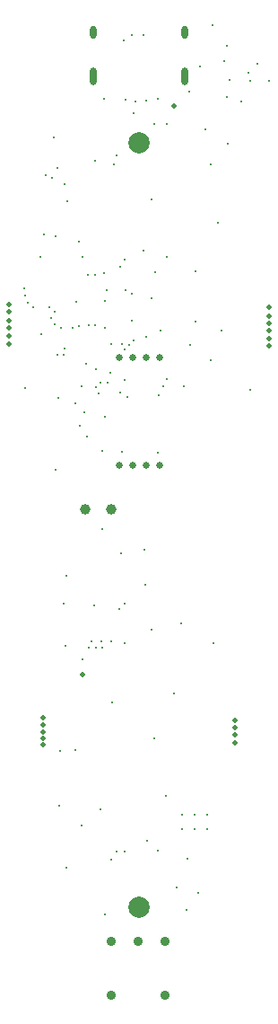
<source format=gbr>
%TF.GenerationSoftware,KiCad,Pcbnew,(6.99.0-3809-g2741d0eb4b)*%
%TF.CreationDate,2022-10-14T22:06:42-04:00*%
%TF.ProjectId,ButterflyBadge,42757474-6572-4666-9c79-42616467652e,rev?*%
%TF.SameCoordinates,Original*%
%TF.FileFunction,Plated,1,4,PTH,Mixed*%
%TF.FilePolarity,Positive*%
%FSLAX46Y46*%
G04 Gerber Fmt 4.6, Leading zero omitted, Abs format (unit mm)*
G04 Created by KiCad (PCBNEW (6.99.0-3809-g2741d0eb4b)) date 2022-10-14 22:06:42*
%MOMM*%
%LPD*%
G01*
G04 APERTURE LIST*
%TA.AperFunction,ComponentDrill*%
%ADD10C,0.200000*%
%TD*%
%TA.AperFunction,ViaDrill*%
%ADD11C,0.210000*%
%TD*%
%TA.AperFunction,ComponentDrill*%
%ADD12C,0.300000*%
%TD*%
%TA.AperFunction,ViaDrill*%
%ADD13C,0.500000*%
%TD*%
G04 aperture for slot hole*
%TA.AperFunction,ComponentDrill*%
%ADD14O,0.600000X1.200000*%
%TD*%
G04 aperture for slot hole*
%TA.AperFunction,ComponentDrill*%
%ADD15O,0.600000X1.700000*%
%TD*%
%TA.AperFunction,ComponentDrill*%
%ADD16C,0.650000*%
%TD*%
%TA.AperFunction,ComponentDrill*%
%ADD17C,0.890000*%
%TD*%
%TA.AperFunction,ComponentDrill*%
%ADD18C,1.000000*%
%TD*%
%TA.AperFunction,ComponentDrill*%
%ADD19C,2.000000*%
%TD*%
G04 APERTURE END LIST*
D10*
%TO.C,U4*%
X199375000Y-123300000D03*
X199375000Y-124700000D03*
X200575000Y-123300000D03*
X200575000Y-124700000D03*
X201775000Y-123300000D03*
X201775000Y-124700000D03*
%TD*%
D11*
X184500000Y-73700000D03*
X184600000Y-74400000D03*
X184600000Y-83100000D03*
X184879001Y-75038742D03*
X185318470Y-75461070D03*
X186000000Y-70700000D03*
X186100000Y-78000000D03*
X186400000Y-68600000D03*
X186500000Y-63000000D03*
X186911051Y-75448000D03*
X187030854Y-76450946D03*
X187100000Y-63300000D03*
X187300000Y-59500000D03*
X187400000Y-75900000D03*
X187400000Y-77100000D03*
X187432658Y-90767342D03*
X187436997Y-68753844D03*
X187642594Y-62342594D03*
X187645984Y-79994266D03*
X187700000Y-84000000D03*
X187803000Y-122495000D03*
X187900000Y-117300000D03*
X187994649Y-77397631D03*
X188200000Y-103400000D03*
X188257233Y-79965999D03*
X188287573Y-79357114D03*
X188300000Y-63900000D03*
X188424500Y-107400000D03*
X188500000Y-100800000D03*
X188500000Y-128300000D03*
X188600000Y-65500000D03*
X189111361Y-77451592D03*
X189285500Y-84500000D03*
X189300000Y-117200000D03*
X189400000Y-75000000D03*
X189686498Y-77249824D03*
X189700000Y-69300000D03*
X189737500Y-86650000D03*
X189900000Y-124300000D03*
X189945500Y-82946017D03*
X190000000Y-70700000D03*
X190000000Y-108700000D03*
X190200000Y-85400000D03*
X190352000Y-80800000D03*
X190400000Y-87700000D03*
X190500000Y-72400000D03*
X190590498Y-77199707D03*
X190600000Y-107600000D03*
X190859500Y-106983776D03*
X191100000Y-103600000D03*
X191200000Y-61700000D03*
X191200000Y-72400000D03*
X191200000Y-77200000D03*
X191290497Y-107600000D03*
X191291905Y-83009788D03*
X191300000Y-81297000D03*
X191500000Y-83600000D03*
X191680240Y-82540013D03*
X191700000Y-122800000D03*
X191768350Y-107001593D03*
X191900000Y-89000000D03*
X191900000Y-96400000D03*
X191900000Y-107600000D03*
X192000000Y-55800000D03*
X192072143Y-72272143D03*
X192096329Y-132710743D03*
X192100000Y-74900000D03*
X192100000Y-77400000D03*
X192100000Y-85800000D03*
X192300000Y-73900000D03*
X192401499Y-82622047D03*
X192612951Y-81668665D03*
X192700000Y-127500000D03*
X192751673Y-78948000D03*
X192752000Y-106988949D03*
X192815500Y-112719956D03*
X193000000Y-62000000D03*
X193200000Y-61200000D03*
X193200000Y-126800000D03*
X193506537Y-103889335D03*
X193565001Y-71700000D03*
X193600000Y-83500000D03*
X193615500Y-98681965D03*
X193690000Y-89110000D03*
X193700000Y-78900000D03*
X193900000Y-50284500D03*
X194000000Y-82300000D03*
X194000000Y-103400000D03*
X194000000Y-107100000D03*
X194000000Y-126800000D03*
X194014388Y-79479486D03*
X194017198Y-70989523D03*
X194100000Y-55900000D03*
X194100000Y-73900000D03*
X194200000Y-83900000D03*
X194392422Y-79001382D03*
X194661913Y-74201138D03*
X194700000Y-49800000D03*
X194700000Y-76700000D03*
X194800000Y-57200000D03*
X194826694Y-78573712D03*
X195000000Y-56100000D03*
X195800000Y-49800000D03*
X195800000Y-70100000D03*
X195900000Y-101600000D03*
X196000000Y-56000000D03*
X196000000Y-78300000D03*
X196100000Y-125800000D03*
X196500000Y-105895498D03*
X196506416Y-65324699D03*
X196510718Y-74652000D03*
X196800000Y-58200000D03*
X196800000Y-116100000D03*
X196900000Y-72200000D03*
X197100000Y-55800000D03*
X197100000Y-89200000D03*
X197100000Y-126700000D03*
X197200000Y-83800000D03*
X197400000Y-77700000D03*
X197600000Y-82900000D03*
X197900000Y-121500000D03*
X197980387Y-82280387D03*
X198000000Y-58200000D03*
X198000000Y-70700000D03*
X198600000Y-111900000D03*
X198900000Y-130200000D03*
X199300000Y-105300000D03*
X199600000Y-82900000D03*
X199800000Y-132300000D03*
X199940000Y-127460000D03*
X200039068Y-55123153D03*
X200200000Y-79000000D03*
X200700000Y-72100000D03*
X200700000Y-76800000D03*
X200900000Y-130700000D03*
X201100000Y-52800000D03*
X201600000Y-58700000D03*
X202100000Y-62000000D03*
X202100000Y-80500000D03*
X202300000Y-48900000D03*
X202400000Y-107100000D03*
X202800000Y-67500000D03*
X203100000Y-77700000D03*
X203400000Y-52300000D03*
X203600000Y-50800000D03*
X203669330Y-55700000D03*
X203700000Y-60100000D03*
X203900000Y-54052000D03*
X205005502Y-56057603D03*
X205700000Y-53400000D03*
X205800000Y-54100000D03*
X205800000Y-83300000D03*
X206500000Y-52500000D03*
X207600000Y-54100000D03*
D12*
%TO.C,AE1*%
X195885313Y-98295688D03*
%TD*%
D13*
X183091010Y-78911638D03*
X183100000Y-75200000D03*
X183100000Y-75900000D03*
X183100000Y-76700000D03*
X183100000Y-77400000D03*
X183100000Y-78200000D03*
X186300000Y-114200000D03*
X186300000Y-114800000D03*
X186300000Y-115500000D03*
X186300000Y-116100000D03*
X186300000Y-116700000D03*
X190000000Y-110100000D03*
X198600000Y-56500000D03*
X204400000Y-114400000D03*
X204400000Y-115100000D03*
X204400000Y-115800000D03*
X204400000Y-116500000D03*
X207600000Y-75500000D03*
X207600000Y-76300000D03*
X207600000Y-77000000D03*
X207600000Y-77700000D03*
X207600000Y-78400000D03*
X207600000Y-79100000D03*
D14*
%TO.C,J1*%
X190979999Y-49549999D03*
D15*
X190979999Y-53729999D03*
D14*
X199619999Y-49549999D03*
D15*
X199619999Y-53729999D03*
D16*
%TO.C,J4*%
X193495000Y-80220000D03*
X193495000Y-90380000D03*
X194765000Y-80220000D03*
X194765000Y-90380000D03*
X196035000Y-80220000D03*
X196035000Y-90380000D03*
X197305000Y-80220000D03*
X197305000Y-90380000D03*
D17*
%TO.C,SW3*%
X192720000Y-135210000D03*
X192720000Y-140290000D03*
X195260000Y-135210000D03*
X197800000Y-135210000D03*
X197800000Y-140290000D03*
D18*
%TO.C,M1*%
X190250000Y-94525000D03*
X192750000Y-94525000D03*
D19*
%TO.C,BT1*%
X195300000Y-60000000D03*
X195300000Y-132000000D03*
M02*

</source>
